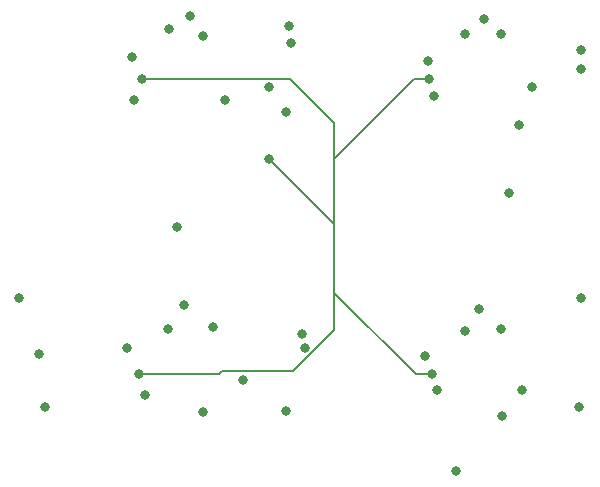
<source format=gbr>
%TF.GenerationSoftware,KiCad,Pcbnew,7.0.6*%
%TF.CreationDate,2023-08-06T23:15:07-05:00*%
%TF.ProjectId,MLX90393_board2,4d4c5839-3033-4393-935f-626f61726432,rev?*%
%TF.SameCoordinates,Original*%
%TF.FileFunction,Copper,L4,Bot*%
%TF.FilePolarity,Positive*%
%FSLAX46Y46*%
G04 Gerber Fmt 4.6, Leading zero omitted, Abs format (unit mm)*
G04 Created by KiCad (PCBNEW 7.0.6) date 2023-08-06 23:15:07*
%MOMM*%
%LPD*%
G01*
G04 APERTURE LIST*
%TA.AperFunction,ViaPad*%
%ADD10C,0.800000*%
%TD*%
%TA.AperFunction,Conductor*%
%ADD11C,0.150000*%
%TD*%
G04 APERTURE END LIST*
D10*
%TO.N,+3.3V*%
X170400000Y-98750000D03*
X144900000Y-123000000D03*
X174750000Y-119700000D03*
X175200000Y-95150000D03*
X145400000Y-98350000D03*
X150250000Y-94900000D03*
X149200000Y-112800000D03*
X160000000Y-123000000D03*
X151400000Y-128400000D03*
X178100000Y-104100000D03*
X149750000Y-119400000D03*
X153250000Y-102000000D03*
X183400000Y-118800000D03*
X183200000Y-128000000D03*
X183400000Y-97800000D03*
X170200000Y-123700000D03*
X176650000Y-128750000D03*
%TO.N,GND*%
X158800000Y-97200000D03*
X154750000Y-125750000D03*
X172800000Y-133400000D03*
X158400000Y-103050000D03*
X146500000Y-127000000D03*
X183400000Y-99400000D03*
X177300000Y-109900000D03*
X176600000Y-96400000D03*
X152200000Y-121200000D03*
X171200000Y-126600000D03*
X138000000Y-128000000D03*
X151400000Y-96600000D03*
X145500000Y-102000000D03*
X170950000Y-101650000D03*
X178383411Y-126583411D03*
X137500000Y-123500000D03*
X158700000Y-95750000D03*
X159800000Y-121800000D03*
X173600000Y-96400000D03*
X179200000Y-100950000D03*
X157000000Y-100874500D03*
X176600000Y-121400000D03*
X158400000Y-128350000D03*
X148500000Y-96000000D03*
X135800000Y-118800000D03*
X173600000Y-121600000D03*
X148400000Y-121400000D03*
%TO.N,SCL_3V*%
X146250000Y-100250000D03*
X157000000Y-107000000D03*
X170750000Y-125250000D03*
X170500000Y-100250000D03*
X146000000Y-125250000D03*
%TD*%
D11*
%TO.N,SCL_3V*%
X153000000Y-125000000D02*
X159000000Y-125000000D01*
X162500000Y-118350000D02*
X169400000Y-125250000D01*
X170500000Y-100250000D02*
X169225000Y-100250000D01*
X169400000Y-125250000D02*
X170750000Y-125250000D01*
X162500000Y-121500000D02*
X162500000Y-118350000D01*
X162500000Y-112500000D02*
X162500000Y-121500000D01*
X152750000Y-125250000D02*
X153000000Y-125000000D01*
X146000000Y-125250000D02*
X152750000Y-125250000D01*
X162500000Y-104000000D02*
X162500000Y-112500000D01*
X159000000Y-125000000D02*
X162500000Y-121500000D01*
X169225000Y-100250000D02*
X162500000Y-106975000D01*
X162500000Y-106975000D02*
X162500000Y-104000000D01*
X146250000Y-100250000D02*
X158750000Y-100250000D01*
X162500000Y-112500000D02*
X157000000Y-107000000D01*
X158750000Y-100250000D02*
X162500000Y-104000000D01*
%TD*%
M02*

</source>
